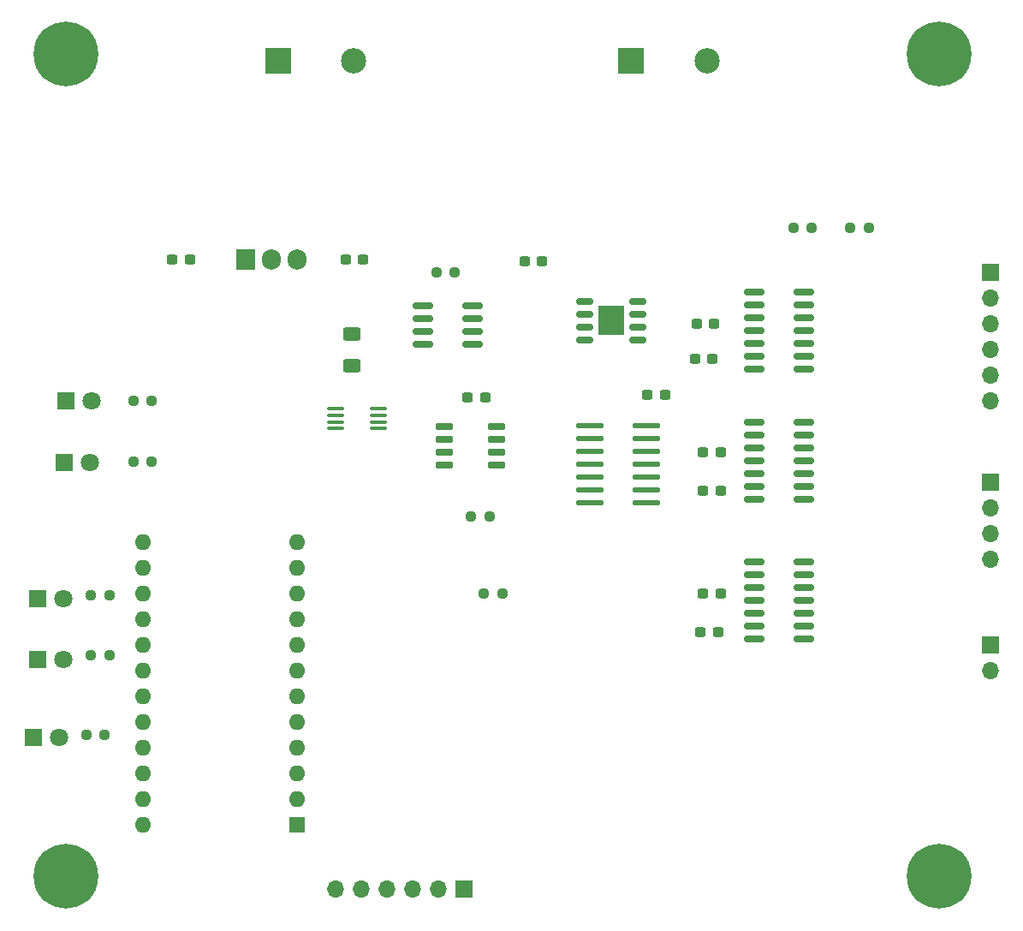
<source format=gbr>
%TF.GenerationSoftware,KiCad,Pcbnew,7.0.9-7.0.9~ubuntu22.04.1*%
%TF.CreationDate,2023-12-14T14:13:46-05:00*%
%TF.ProjectId,monitor_board,6d6f6e69-746f-4725-9f62-6f6172642e6b,rev?*%
%TF.SameCoordinates,Original*%
%TF.FileFunction,Soldermask,Top*%
%TF.FilePolarity,Negative*%
%FSLAX46Y46*%
G04 Gerber Fmt 4.6, Leading zero omitted, Abs format (unit mm)*
G04 Created by KiCad (PCBNEW 7.0.9-7.0.9~ubuntu22.04.1) date 2023-12-14 14:13:46*
%MOMM*%
%LPD*%
G01*
G04 APERTURE LIST*
G04 Aperture macros list*
%AMRoundRect*
0 Rectangle with rounded corners*
0 $1 Rounding radius*
0 $2 $3 $4 $5 $6 $7 $8 $9 X,Y pos of 4 corners*
0 Add a 4 corners polygon primitive as box body*
4,1,4,$2,$3,$4,$5,$6,$7,$8,$9,$2,$3,0*
0 Add four circle primitives for the rounded corners*
1,1,$1+$1,$2,$3*
1,1,$1+$1,$4,$5*
1,1,$1+$1,$6,$7*
1,1,$1+$1,$8,$9*
0 Add four rect primitives between the rounded corners*
20,1,$1+$1,$2,$3,$4,$5,0*
20,1,$1+$1,$4,$5,$6,$7,0*
20,1,$1+$1,$6,$7,$8,$9,0*
20,1,$1+$1,$8,$9,$2,$3,0*%
G04 Aperture macros list end*
%ADD10R,1.800000X1.800000*%
%ADD11C,1.800000*%
%ADD12RoundRect,0.237500X0.300000X0.237500X-0.300000X0.237500X-0.300000X-0.237500X0.300000X-0.237500X0*%
%ADD13RoundRect,0.237500X0.250000X0.237500X-0.250000X0.237500X-0.250000X-0.237500X0.250000X-0.237500X0*%
%ADD14RoundRect,0.237500X-0.300000X-0.237500X0.300000X-0.237500X0.300000X0.237500X-0.300000X0.237500X0*%
%ADD15RoundRect,0.100000X-0.712500X-0.100000X0.712500X-0.100000X0.712500X0.100000X-0.712500X0.100000X0*%
%ADD16C,6.400000*%
%ADD17R,1.700000X1.700000*%
%ADD18O,1.700000X1.700000*%
%ADD19RoundRect,0.237500X-0.250000X-0.237500X0.250000X-0.237500X0.250000X0.237500X-0.250000X0.237500X0*%
%ADD20RoundRect,0.150000X-0.825000X-0.150000X0.825000X-0.150000X0.825000X0.150000X-0.825000X0.150000X0*%
%ADD21RoundRect,0.130000X1.220000X0.130000X-1.220000X0.130000X-1.220000X-0.130000X1.220000X-0.130000X0*%
%ADD22R,1.905000X2.000000*%
%ADD23O,1.905000X2.000000*%
%ADD24R,2.500000X2.500000*%
%ADD25C,2.500000*%
%ADD26R,1.600000X1.600000*%
%ADD27O,1.600000X1.600000*%
%ADD28RoundRect,0.150000X-0.675000X-0.150000X0.675000X-0.150000X0.675000X0.150000X-0.675000X0.150000X0*%
%ADD29R,2.650000X3.000000*%
%ADD30RoundRect,0.250000X0.625000X-0.400000X0.625000X0.400000X-0.625000X0.400000X-0.625000X-0.400000X0*%
%ADD31RoundRect,0.150000X-0.725000X-0.150000X0.725000X-0.150000X0.725000X0.150000X-0.725000X0.150000X0*%
G04 APERTURE END LIST*
D10*
%TO.C,LED3*%
X37841000Y-92837000D03*
D11*
X40381000Y-92837000D03*
%TD*%
D12*
%TO.C,C2*%
X104775000Y-59690000D03*
X103050000Y-59690000D03*
%TD*%
D10*
%TO.C,5V1*%
X40513000Y-73406000D03*
D11*
X43053000Y-73406000D03*
%TD*%
D13*
%TO.C,R2*%
X114430000Y-50165000D03*
X112605000Y-50165000D03*
%TD*%
D14*
%TO.C,C4*%
X68352500Y-53340000D03*
X70077500Y-53340000D03*
%TD*%
D15*
%TO.C,U7*%
X67310000Y-68072000D03*
X67310000Y-68722000D03*
X67310000Y-69372000D03*
X67310000Y-70022000D03*
X71535000Y-70022000D03*
X71535000Y-69372000D03*
X71535000Y-68722000D03*
X71535000Y-68072000D03*
%TD*%
D16*
%TO.C,H8*%
X127000000Y-114300000D03*
%TD*%
D10*
%TO.C,LED2*%
X37460000Y-100584000D03*
D11*
X40000000Y-100584000D03*
%TD*%
D12*
%TO.C,C3*%
X52932500Y-53340000D03*
X51207500Y-53340000D03*
%TD*%
D17*
%TO.C,J6*%
X80010000Y-115570000D03*
D18*
X77470000Y-115570000D03*
X74930000Y-115570000D03*
X72390000Y-115570000D03*
X69850000Y-115570000D03*
X67310000Y-115570000D03*
%TD*%
D12*
%TO.C,C5*%
X105410000Y-76200000D03*
X103685000Y-76200000D03*
%TD*%
D13*
%TO.C,R8*%
X49149000Y-73279000D03*
X47324000Y-73279000D03*
%TD*%
D10*
%TO.C,LED1*%
X37846000Y-86868000D03*
D11*
X40386000Y-86868000D03*
%TD*%
D19*
%TO.C,R6*%
X81995000Y-86360000D03*
X83820000Y-86360000D03*
%TD*%
%TO.C,R3*%
X118240000Y-50165000D03*
X120065000Y-50165000D03*
%TD*%
D20*
%TO.C,U8*%
X108715000Y-83185000D03*
X108715000Y-84455000D03*
X108715000Y-85725000D03*
X108715000Y-86995000D03*
X108715000Y-88265000D03*
X108715000Y-89535000D03*
X108715000Y-90805000D03*
X113665000Y-90805000D03*
X113665000Y-89535000D03*
X113665000Y-88265000D03*
X113665000Y-86995000D03*
X113665000Y-85725000D03*
X113665000Y-84455000D03*
X113665000Y-83185000D03*
%TD*%
D12*
%TO.C,C8*%
X105410000Y-86360000D03*
X103685000Y-86360000D03*
%TD*%
D19*
%TO.C,R4*%
X77319500Y-54610000D03*
X79144500Y-54610000D03*
%TD*%
D12*
%TO.C,C7*%
X105156000Y-90170000D03*
X103431000Y-90170000D03*
%TD*%
D16*
%TO.C,H6*%
X127000000Y-33020000D03*
%TD*%
D20*
%TO.C,U1*%
X108715000Y-56515000D03*
X108715000Y-57785000D03*
X108715000Y-59055000D03*
X108715000Y-60325000D03*
X108715000Y-61595000D03*
X108715000Y-62865000D03*
X108715000Y-64135000D03*
X113665000Y-64135000D03*
X113665000Y-62865000D03*
X113665000Y-61595000D03*
X113665000Y-60325000D03*
X113665000Y-59055000D03*
X113665000Y-57785000D03*
X113665000Y-56515000D03*
%TD*%
D13*
%TO.C,R7*%
X49172500Y-67310000D03*
X47347500Y-67310000D03*
%TD*%
D21*
%TO.C,U6*%
X92444000Y-69723000D03*
X92444000Y-70993000D03*
X92444000Y-72263000D03*
X92444000Y-73533000D03*
X92444000Y-74803000D03*
X92444000Y-76073000D03*
X92444000Y-77343000D03*
X98044000Y-77343000D03*
X98044000Y-76073000D03*
X98044000Y-74803000D03*
X98044000Y-73533000D03*
X98044000Y-72263000D03*
X98044000Y-70993000D03*
X98044000Y-69723000D03*
%TD*%
D13*
%TO.C,R10*%
X44958000Y-92456000D03*
X43133000Y-92456000D03*
%TD*%
D10*
%TO.C,12V1*%
X40640000Y-67310000D03*
D11*
X43180000Y-67310000D03*
%TD*%
D17*
%TO.C,J1*%
X132080000Y-75311000D03*
D18*
X132080000Y-77851000D03*
X132080000Y-80391000D03*
X132080000Y-82931000D03*
%TD*%
D22*
%TO.C,U3*%
X58420000Y-53340000D03*
D23*
X60960000Y-53340000D03*
X63500000Y-53340000D03*
%TD*%
D14*
%TO.C,C10*%
X80417500Y-66929000D03*
X82142500Y-66929000D03*
%TD*%
D12*
%TO.C,C1*%
X104595000Y-63119000D03*
X102870000Y-63119000D03*
%TD*%
D24*
%TO.C,J2*%
X96580000Y-33655000D03*
D25*
X104080000Y-33655000D03*
%TD*%
D17*
%TO.C,J5*%
X132080000Y-91440000D03*
D18*
X132080000Y-93980000D03*
%TD*%
D12*
%TO.C,C6*%
X105410000Y-72390000D03*
X103685000Y-72390000D03*
%TD*%
%TO.C,C11*%
X99922500Y-66675000D03*
X98197500Y-66675000D03*
%TD*%
D14*
%TO.C,C9*%
X86032000Y-53467000D03*
X87757000Y-53467000D03*
%TD*%
D26*
%TO.C,A1*%
X63505000Y-109225000D03*
D27*
X63505000Y-106685000D03*
X63505000Y-104145000D03*
X63505000Y-101605000D03*
X63505000Y-99065000D03*
X63505000Y-96525000D03*
X63505000Y-93985000D03*
X63505000Y-91445000D03*
X63505000Y-88905000D03*
X63505000Y-86365000D03*
X63505000Y-83825000D03*
X63505000Y-81285000D03*
X48265000Y-81285000D03*
X48265000Y-83825000D03*
X48265000Y-86365000D03*
X48265000Y-88905000D03*
X48265000Y-91445000D03*
X48265000Y-93985000D03*
X48265000Y-96525000D03*
X48265000Y-99065000D03*
X48265000Y-101605000D03*
X48265000Y-104145000D03*
X48265000Y-106685000D03*
X48265000Y-109225000D03*
%TD*%
D19*
%TO.C,R5*%
X80725000Y-78740000D03*
X82550000Y-78740000D03*
%TD*%
D24*
%TO.C,J4*%
X61655000Y-33655000D03*
D25*
X69155000Y-33655000D03*
%TD*%
D28*
%TO.C,Q1*%
X91990000Y-57460000D03*
X91990000Y-58730000D03*
X91990000Y-60000000D03*
X91990000Y-61270000D03*
X97240000Y-61270000D03*
X97240000Y-60000000D03*
X97240000Y-58730000D03*
X97240000Y-57460000D03*
D29*
X94615000Y-59365000D03*
%TD*%
D30*
%TO.C,R1*%
X68961000Y-63780000D03*
X68961000Y-60680000D03*
%TD*%
D20*
%TO.C,U5*%
X108715000Y-69365000D03*
X108715000Y-70635000D03*
X108715000Y-71905000D03*
X108715000Y-73175000D03*
X108715000Y-74445000D03*
X108715000Y-75715000D03*
X108715000Y-76985000D03*
X113665000Y-76985000D03*
X113665000Y-75715000D03*
X113665000Y-74445000D03*
X113665000Y-73175000D03*
X113665000Y-71905000D03*
X113665000Y-70635000D03*
X113665000Y-69365000D03*
%TD*%
D16*
%TO.C,H5*%
X40640000Y-33020000D03*
%TD*%
%TO.C,H7*%
X40640000Y-114300000D03*
%TD*%
D19*
%TO.C,R9*%
X43133000Y-86487000D03*
X44958000Y-86487000D03*
%TD*%
D20*
%TO.C,U2*%
X75946000Y-57912000D03*
X75946000Y-59182000D03*
X75946000Y-60452000D03*
X75946000Y-61722000D03*
X80896000Y-61722000D03*
X80896000Y-60452000D03*
X80896000Y-59182000D03*
X80896000Y-57912000D03*
%TD*%
D13*
%TO.C,R11*%
X44497000Y-100330000D03*
X42672000Y-100330000D03*
%TD*%
D17*
%TO.C,J3*%
X132080000Y-54610000D03*
D18*
X132080000Y-57150000D03*
X132080000Y-59690000D03*
X132080000Y-62230000D03*
X132080000Y-64770000D03*
X132080000Y-67310000D03*
%TD*%
D31*
%TO.C,U4*%
X78070000Y-69850000D03*
X78070000Y-71120000D03*
X78070000Y-72390000D03*
X78070000Y-73660000D03*
X83220000Y-73660000D03*
X83220000Y-72390000D03*
X83220000Y-71120000D03*
X83220000Y-69850000D03*
%TD*%
M02*

</source>
